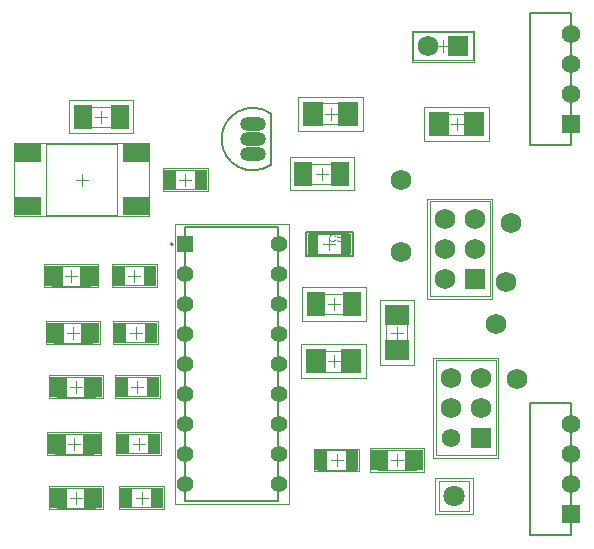
<source format=gts>
G04*
G04 #@! TF.GenerationSoftware,Altium Limited,Altium Designer,19.1.8 (144)*
G04*
G04 Layer_Color=8388736*
%FSLAX25Y25*%
%MOIN*%
G70*
G01*
G75*
%ADD11C,0.00787*%
%ADD12C,0.00500*%
%ADD15C,0.00394*%
%ADD16C,0.00197*%
%ADD24R,0.03740X0.06693*%
%ADD25R,0.06706X0.08280*%
%ADD26R,0.06312X0.06706*%
%ADD27R,0.05918X0.07887*%
%ADD28R,0.08280X0.06706*%
%ADD29R,0.09068X0.06312*%
%ADD30R,0.06115X0.08083*%
%ADD31R,0.04343X0.06902*%
%ADD32C,0.06800*%
%ADD33R,0.06902X0.06902*%
%ADD34C,0.06902*%
%ADD35C,0.06146*%
%ADD36R,0.06902X0.06902*%
%ADD37R,0.06146X0.06146*%
%ADD38C,0.07099*%
%ADD39O,0.08674X0.04737*%
%ADD40O,0.08674X0.04737*%
%ADD41R,0.05564X0.05564*%
%ADD42C,0.05564*%
G36*
X111249Y104800D02*
X111281Y104796D01*
X111321Y104793D01*
X111361Y104789D01*
X111409Y104778D01*
X111507Y104756D01*
X111616Y104724D01*
X111671Y104702D01*
X111722Y104676D01*
X111773Y104643D01*
X111824Y104611D01*
X111827Y104607D01*
X111835Y104603D01*
X111849Y104593D01*
X111867Y104574D01*
X111885Y104556D01*
X111911Y104531D01*
X111936Y104501D01*
X111966Y104472D01*
X111995Y104436D01*
X112024Y104392D01*
X112057Y104349D01*
X112086Y104301D01*
X112111Y104247D01*
X112140Y104192D01*
X112162Y104134D01*
X112184Y104068D01*
X111856Y103992D01*
Y103996D01*
X111853Y104003D01*
X111845Y104017D01*
X111838Y104036D01*
X111831Y104057D01*
X111820Y104087D01*
X111791Y104145D01*
X111754Y104210D01*
X111711Y104276D01*
X111656Y104338D01*
X111598Y104392D01*
X111591Y104400D01*
X111569Y104414D01*
X111532Y104432D01*
X111485Y104458D01*
X111423Y104480D01*
X111354Y104501D01*
X111270Y104516D01*
X111179Y104520D01*
X111150D01*
X111132Y104516D01*
X111107D01*
X111077Y104512D01*
X111008Y104501D01*
X110932Y104487D01*
X110852Y104462D01*
X110768Y104425D01*
X110692Y104378D01*
X110688D01*
X110684Y104370D01*
X110659Y104352D01*
X110626Y104323D01*
X110586Y104279D01*
X110539Y104225D01*
X110495Y104163D01*
X110455Y104087D01*
X110419Y104003D01*
Y103999D01*
X110415Y103992D01*
X110411Y103981D01*
X110408Y103963D01*
X110400Y103941D01*
X110393Y103916D01*
X110382Y103854D01*
X110368Y103781D01*
X110353Y103701D01*
X110346Y103613D01*
X110342Y103519D01*
Y103515D01*
Y103504D01*
Y103486D01*
Y103464D01*
X110346Y103439D01*
Y103406D01*
X110349Y103369D01*
X110353Y103329D01*
X110364Y103242D01*
X110382Y103147D01*
X110404Y103053D01*
X110433Y102958D01*
Y102954D01*
X110437Y102947D01*
X110444Y102936D01*
X110451Y102918D01*
X110473Y102874D01*
X110506Y102823D01*
X110546Y102765D01*
X110597Y102703D01*
X110655Y102649D01*
X110724Y102598D01*
X110728D01*
X110735Y102594D01*
X110746Y102587D01*
X110761Y102580D01*
X110779Y102572D01*
X110801Y102561D01*
X110852Y102540D01*
X110917Y102518D01*
X110990Y102499D01*
X111070Y102485D01*
X111154Y102481D01*
X111179D01*
X111201Y102485D01*
X111227D01*
X111252Y102489D01*
X111318Y102503D01*
X111394Y102521D01*
X111470Y102550D01*
X111551Y102591D01*
X111591Y102612D01*
X111627Y102641D01*
X111631Y102645D01*
X111634Y102649D01*
X111645Y102660D01*
X111660Y102671D01*
X111674Y102689D01*
X111693Y102711D01*
X111714Y102733D01*
X111733Y102762D01*
X111754Y102794D01*
X111780Y102831D01*
X111802Y102867D01*
X111824Y102911D01*
X111842Y102958D01*
X111860Y103009D01*
X111878Y103064D01*
X111893Y103122D01*
X112228Y103038D01*
Y103035D01*
X112224Y103020D01*
X112217Y102998D01*
X112206Y102969D01*
X112195Y102936D01*
X112180Y102896D01*
X112162Y102853D01*
X112140Y102805D01*
X112089Y102703D01*
X112024Y102601D01*
X111984Y102550D01*
X111944Y102499D01*
X111900Y102456D01*
X111849Y102412D01*
X111845Y102409D01*
X111838Y102401D01*
X111820Y102394D01*
X111802Y102379D01*
X111773Y102361D01*
X111743Y102343D01*
X111704Y102325D01*
X111663Y102307D01*
X111616Y102285D01*
X111565Y102267D01*
X111511Y102248D01*
X111452Y102230D01*
X111390Y102216D01*
X111325Y102208D01*
X111256Y102201D01*
X111183Y102197D01*
X111143D01*
X111114Y102201D01*
X111081D01*
X111041Y102205D01*
X110997Y102212D01*
X110946Y102219D01*
X110841Y102237D01*
X110732Y102267D01*
X110622Y102307D01*
X110571Y102332D01*
X110521Y102361D01*
X110517Y102365D01*
X110510Y102368D01*
X110495Y102379D01*
X110480Y102394D01*
X110459Y102409D01*
X110433Y102430D01*
X110404Y102456D01*
X110375Y102485D01*
X110346Y102518D01*
X110313Y102550D01*
X110248Y102634D01*
X110186Y102733D01*
X110131Y102842D01*
Y102845D01*
X110124Y102856D01*
X110120Y102874D01*
X110109Y102896D01*
X110102Y102925D01*
X110091Y102962D01*
X110076Y103002D01*
X110065Y103045D01*
X110055Y103093D01*
X110040Y103147D01*
X110022Y103260D01*
X110007Y103388D01*
X110000Y103519D01*
Y103522D01*
Y103537D01*
Y103559D01*
X110004Y103584D01*
Y103621D01*
X110007Y103657D01*
X110011Y103704D01*
X110018Y103752D01*
X110036Y103857D01*
X110062Y103974D01*
X110098Y104090D01*
X110149Y104203D01*
X110153Y104207D01*
X110157Y104218D01*
X110164Y104232D01*
X110178Y104250D01*
X110193Y104276D01*
X110211Y104305D01*
X110258Y104370D01*
X110320Y104443D01*
X110393Y104516D01*
X110477Y104589D01*
X110575Y104651D01*
X110579Y104654D01*
X110590Y104658D01*
X110604Y104665D01*
X110622Y104676D01*
X110652Y104687D01*
X110681Y104698D01*
X110717Y104713D01*
X110757Y104727D01*
X110801Y104742D01*
X110848Y104756D01*
X110950Y104778D01*
X111066Y104796D01*
X111187Y104804D01*
X111223D01*
X111249Y104800D01*
D02*
G37*
G36*
X114062Y104432D02*
X113054D01*
X112919Y103752D01*
X112923Y103755D01*
X112930Y103759D01*
X112941Y103766D01*
X112959Y103777D01*
X112981Y103788D01*
X113007Y103803D01*
X113065Y103832D01*
X113138Y103861D01*
X113218Y103886D01*
X113305Y103904D01*
X113349Y103912D01*
X113429D01*
X113451Y103908D01*
X113480Y103904D01*
X113513Y103901D01*
X113549Y103894D01*
X113589Y103883D01*
X113676Y103857D01*
X113724Y103839D01*
X113771Y103814D01*
X113818Y103788D01*
X113866Y103759D01*
X113909Y103723D01*
X113953Y103682D01*
X113957Y103679D01*
X113964Y103672D01*
X113975Y103661D01*
X113989Y103642D01*
X114008Y103617D01*
X114026Y103592D01*
X114048Y103559D01*
X114069Y103522D01*
X114088Y103482D01*
X114110Y103439D01*
X114128Y103388D01*
X114146Y103337D01*
X114161Y103282D01*
X114171Y103220D01*
X114179Y103158D01*
X114182Y103093D01*
Y103089D01*
Y103078D01*
Y103060D01*
X114179Y103035D01*
X114175Y103006D01*
X114171Y102973D01*
X114164Y102933D01*
X114157Y102893D01*
X114135Y102798D01*
X114099Y102700D01*
X114077Y102649D01*
X114048Y102601D01*
X114018Y102550D01*
X113982Y102503D01*
X113979Y102499D01*
X113971Y102489D01*
X113957Y102474D01*
X113938Y102456D01*
X113913Y102434D01*
X113884Y102405D01*
X113847Y102379D01*
X113807Y102350D01*
X113764Y102321D01*
X113713Y102296D01*
X113658Y102270D01*
X113600Y102245D01*
X113538Y102226D01*
X113469Y102212D01*
X113396Y102201D01*
X113320Y102197D01*
X113287D01*
X113261Y102201D01*
X113232Y102205D01*
X113199Y102208D01*
X113160Y102212D01*
X113119Y102223D01*
X113028Y102245D01*
X112937Y102278D01*
X112890Y102299D01*
X112843Y102325D01*
X112799Y102354D01*
X112755Y102387D01*
X112752Y102390D01*
X112744Y102394D01*
X112737Y102409D01*
X112723Y102423D01*
X112705Y102441D01*
X112686Y102463D01*
X112664Y102492D01*
X112646Y102525D01*
X112624Y102558D01*
X112602Y102598D01*
X112563Y102685D01*
X112530Y102787D01*
X112519Y102842D01*
X112512Y102900D01*
X112836Y102925D01*
Y102922D01*
Y102915D01*
X112839Y102903D01*
X112843Y102885D01*
X112854Y102845D01*
X112868Y102791D01*
X112890Y102736D01*
X112919Y102674D01*
X112956Y102620D01*
X112999Y102569D01*
X113007Y102565D01*
X113021Y102550D01*
X113050Y102532D01*
X113090Y102510D01*
X113134Y102489D01*
X113189Y102470D01*
X113251Y102456D01*
X113320Y102452D01*
X113341D01*
X113356Y102456D01*
X113400Y102460D01*
X113451Y102474D01*
X113513Y102492D01*
X113574Y102521D01*
X113640Y102565D01*
X113669Y102591D01*
X113698Y102620D01*
X113702Y102623D01*
X113706Y102627D01*
X113713Y102638D01*
X113724Y102649D01*
X113749Y102689D01*
X113778Y102740D01*
X113804Y102802D01*
X113829Y102878D01*
X113847Y102969D01*
X113855Y103016D01*
Y103067D01*
Y103071D01*
Y103078D01*
Y103093D01*
X113851Y103111D01*
Y103133D01*
X113847Y103158D01*
X113837Y103217D01*
X113818Y103286D01*
X113793Y103355D01*
X113756Y103420D01*
X113706Y103482D01*
Y103486D01*
X113698Y103490D01*
X113680Y103508D01*
X113647Y103533D01*
X113603Y103562D01*
X113545Y103588D01*
X113480Y103613D01*
X113403Y103631D01*
X113360Y103639D01*
X113291D01*
X113261Y103635D01*
X113225Y103631D01*
X113181Y103621D01*
X113138Y103610D01*
X113090Y103592D01*
X113043Y103570D01*
X113039Y103566D01*
X113025Y103559D01*
X113003Y103541D01*
X112974Y103522D01*
X112945Y103497D01*
X112916Y103464D01*
X112883Y103431D01*
X112857Y103391D01*
X112566Y103431D01*
X112810Y104727D01*
X114062D01*
Y104432D01*
D02*
G37*
D11*
X103307Y97957D02*
Y105043D01*
Y97957D02*
X116693D01*
Y105043D01*
X103307D02*
X116693D01*
X102126Y97563D02*
Y105437D01*
Y97563D02*
X117874D01*
Y105437D01*
X102126D02*
X117874D01*
X57913Y101500D02*
G03*
X57913Y101500I-394J0D01*
G01*
D02*
G03*
X57913Y101500I-394J0D01*
G01*
X102126Y97563D02*
Y105437D01*
Y97563D02*
X117874D01*
Y105437D01*
X102126D02*
X117874D01*
X90484Y145046D02*
G03*
X90484Y127954I-5984J-8546D01*
G01*
Y145046D01*
D12*
X177000Y134500D02*
X190500D01*
X177000D02*
Y178500D01*
X190500D01*
Y134500D02*
Y178500D01*
Y4500D02*
Y48500D01*
X177000D02*
X190500D01*
X177000Y4500D02*
Y48500D01*
Y4500D02*
X190500D01*
X62008Y107248D02*
X92992D01*
X62008Y15752D02*
X92992D01*
X62008D02*
Y107248D01*
X92992Y15752D02*
Y107248D01*
X62008D02*
X92992D01*
X62008Y15752D02*
X92992D01*
X62008D02*
Y107248D01*
X92992Y15752D02*
Y107248D01*
X177000Y134500D02*
X190500D01*
X177000D02*
Y178500D01*
X190500D01*
Y134500D02*
Y136500D01*
Y176500D02*
Y178500D01*
Y46500D02*
Y48500D01*
Y4500D02*
Y6500D01*
X177000Y48500D02*
X190500D01*
X177000Y4500D02*
Y48500D01*
Y4500D02*
X190500D01*
D15*
X145500Y62748D02*
X165500D01*
Y31252D02*
Y62748D01*
X145500Y31252D02*
X165500D01*
X145500D02*
Y62748D01*
X138000Y162756D02*
Y172244D01*
X158000D01*
Y162756D02*
Y172244D01*
X138000Y162756D02*
X158000D01*
X143500Y115748D02*
X163500D01*
Y84252D02*
Y115748D01*
X143500Y84252D02*
X163500D01*
X143500D02*
Y115748D01*
X118193Y58957D02*
Y66043D01*
X104807Y58957D02*
Y66043D01*
Y58957D02*
X118193D01*
X104807Y66043D02*
X118193D01*
X146500Y12500D02*
Y22500D01*
Y12500D02*
X156500D01*
Y22500D01*
X146500D02*
X156500D01*
X17701Y87653D02*
Y94346D01*
X30299Y87653D02*
Y94346D01*
X17701D02*
X30299D01*
X17701Y87653D02*
X30299D01*
X18201Y68654D02*
Y75346D01*
X30799Y68654D02*
Y75346D01*
X18201D02*
X30799D01*
X18201Y68654D02*
X30799D01*
X19201Y50654D02*
Y57346D01*
X31799Y50654D02*
Y57346D01*
X19201D02*
X31799D01*
X19201Y50654D02*
X31799D01*
X18701Y31654D02*
Y38346D01*
X31299Y31654D02*
Y38346D01*
X18701D02*
X31299D01*
X18701Y31654D02*
X31299D01*
X138799Y26153D02*
Y32846D01*
X126201Y26153D02*
Y32846D01*
Y26153D02*
X138799D01*
X126201Y32846D02*
X138799D01*
X19201Y13654D02*
Y20346D01*
X31799Y13654D02*
Y20346D01*
X19201D02*
X31799D01*
X19201Y13654D02*
X31799D01*
X40496Y140654D02*
Y147346D01*
X27504Y140654D02*
Y147346D01*
Y140654D02*
X40496D01*
X27504Y147346D02*
X40496D01*
X145807Y137957D02*
Y145043D01*
X159193Y137957D02*
Y145043D01*
X145807D02*
X159193D01*
X145807Y137957D02*
X159193D01*
X101004Y121653D02*
Y128347D01*
X113996Y121653D02*
Y128347D01*
X101004D02*
X113996D01*
X101004Y121653D02*
X113996D01*
X117193Y141457D02*
Y148543D01*
X103807Y141457D02*
Y148543D01*
Y141457D02*
X117193D01*
X103807Y148543D02*
X117193D01*
X128957Y78693D02*
X136043D01*
X128957Y65307D02*
X136043D01*
Y78693D01*
X128957Y65307D02*
Y78693D01*
X15689Y134811D02*
X39311D01*
Y111189D02*
Y134811D01*
X15689Y111189D02*
Y134811D01*
Y111189D02*
X39311D01*
X105004Y78055D02*
Y84945D01*
X117996Y78055D02*
Y84945D01*
X105004D02*
X117996D01*
X105004Y78055D02*
X117996D01*
X38602Y87752D02*
Y94248D01*
X51398Y87752D02*
Y94248D01*
X38602D02*
X51398D01*
X38602Y87752D02*
X51398D01*
X39102Y68752D02*
Y75248D01*
X51898Y68752D02*
Y75248D01*
X39102D02*
X51898D01*
X39102Y68752D02*
X51898D01*
X39602Y50752D02*
Y57248D01*
X52398Y50752D02*
Y57248D01*
X39602D02*
X52398D01*
X39602Y50752D02*
X52398D01*
X68398Y119752D02*
Y126248D01*
X55602Y119752D02*
Y126248D01*
Y119752D02*
X68398D01*
X55602Y126248D02*
X68398D01*
X40102Y31752D02*
Y38248D01*
X52898Y31752D02*
Y38248D01*
X40102D02*
X52898D01*
X40102Y31752D02*
X52898D01*
X106102Y26252D02*
Y32748D01*
X118898Y26252D02*
Y32748D01*
X106102D02*
X118898D01*
X106102Y26252D02*
X118898D01*
X41102Y13752D02*
Y20248D01*
X53898Y13752D02*
Y20248D01*
X41102D02*
X53898D01*
X41102Y13752D02*
X53898D01*
X148000Y165532D02*
Y169468D01*
X146031Y167500D02*
X149969D01*
X109531Y62500D02*
X113469D01*
X111500Y60532D02*
Y64468D01*
X14945Y87063D02*
Y94937D01*
X33055Y87063D02*
Y94937D01*
X14945D02*
X33055D01*
X14945Y87063D02*
X33055D01*
X22031Y91000D02*
X25969D01*
X24000Y89031D02*
Y92968D01*
X15445Y68063D02*
Y75937D01*
X33555Y68063D02*
Y75937D01*
X15445D02*
X33555D01*
X15445Y68063D02*
X33555D01*
X22532Y72000D02*
X26469D01*
X24500Y70031D02*
Y73968D01*
X16445Y50063D02*
Y57937D01*
X34555Y50063D02*
Y57937D01*
X16445D02*
X34555D01*
X16445Y50063D02*
X34555D01*
X23531Y54000D02*
X27468D01*
X25500Y52031D02*
Y55968D01*
X15945Y31063D02*
Y38937D01*
X34055Y31063D02*
Y38937D01*
X15945D02*
X34055D01*
X15945Y31063D02*
X34055D01*
X23031Y35000D02*
X26969D01*
X25000Y33031D02*
Y36968D01*
X141555Y25563D02*
Y33437D01*
X123445Y25563D02*
Y33437D01*
Y25563D02*
X141555D01*
X123445Y33437D02*
X141555D01*
X130532Y29500D02*
X134468D01*
X132500Y27531D02*
Y31468D01*
X16445Y13063D02*
Y20937D01*
X34555Y13063D02*
Y20937D01*
X16445D02*
X34555D01*
X16445Y13063D02*
X34555D01*
X23531Y17000D02*
X27468D01*
X25500Y15032D02*
Y18969D01*
X84500Y134531D02*
Y138469D01*
X82531Y136500D02*
X86468D01*
X32032Y144000D02*
X35969D01*
X34000Y142032D02*
Y145968D01*
X150531Y141500D02*
X154469D01*
X152500Y139532D02*
Y143468D01*
X105532Y125000D02*
X109468D01*
X107500Y123031D02*
Y126969D01*
X108531Y145000D02*
X112469D01*
X110500Y143032D02*
Y146968D01*
X132500Y70031D02*
Y73968D01*
X130532Y72000D02*
X134468D01*
X27500Y121031D02*
Y124969D01*
X25532Y123000D02*
X29469D01*
X109531Y81500D02*
X113469D01*
X111500Y79532D02*
Y83469D01*
X43031Y91000D02*
X46968D01*
X45000Y89031D02*
Y92968D01*
X43532Y72000D02*
X47469D01*
X45500Y70031D02*
Y73968D01*
X44032Y54000D02*
X47969D01*
X46000Y52031D02*
Y55968D01*
X60031Y123000D02*
X63968D01*
X62000Y121031D02*
Y124969D01*
X44532Y35000D02*
X48469D01*
X46500Y33031D02*
Y36968D01*
X110531Y29500D02*
X114469D01*
X112500Y27531D02*
Y31468D01*
X45531Y17000D02*
X49468D01*
X47500Y15032D02*
Y18969D01*
X110000Y99532D02*
Y103469D01*
X108031Y101500D02*
X111969D01*
D16*
X144614Y63634D02*
X166386D01*
Y30366D02*
Y63634D01*
X144614Y30366D02*
X166386D01*
X144614D02*
Y63634D01*
X137606Y162362D02*
Y172638D01*
X158394D01*
Y162362D02*
Y172638D01*
X137606Y162362D02*
X158394D01*
X142614Y116634D02*
X164386D01*
Y83366D02*
Y116634D01*
X142614Y83366D02*
X164386D01*
X142614D02*
Y116634D01*
X122327Y56791D02*
Y68209D01*
X100673Y56791D02*
Y68209D01*
Y56791D02*
X122327D01*
X100673Y68209D02*
X122327D01*
X145122Y11417D02*
Y23583D01*
Y11417D02*
X157878D01*
Y23583D01*
X145122D02*
X157878D01*
X151500Y15531D02*
Y19468D01*
X149531Y17500D02*
X153469D01*
X44630Y138488D02*
Y149512D01*
X23370Y138488D02*
Y149512D01*
Y138488D02*
X44630D01*
X23370Y149512D02*
X44630D01*
X141673Y135791D02*
Y147209D01*
X163327Y135791D02*
Y147209D01*
X141673D02*
X163327D01*
X141673Y135791D02*
X163327D01*
X96870Y119488D02*
Y130512D01*
X118130Y119488D02*
Y130512D01*
X96870D02*
X118130D01*
X96870Y119488D02*
X118130D01*
X121327Y139291D02*
Y150709D01*
X99673Y139291D02*
Y150709D01*
Y139291D02*
X121327D01*
X99673Y150709D02*
X121327D01*
X126791Y82827D02*
X138209D01*
X126791Y61173D02*
X138209D01*
Y82827D01*
X126791Y61173D02*
Y82827D01*
X5059Y110795D02*
Y135205D01*
Y110795D02*
X49941D01*
X5059Y135205D02*
X49941D01*
Y110795D02*
Y135205D01*
X100870Y75791D02*
Y87209D01*
X122130Y75791D02*
Y87209D01*
X100870D02*
X122130D01*
X100870Y75791D02*
X122130D01*
X37520Y87260D02*
Y94740D01*
X52480Y87260D02*
Y94740D01*
X37520D02*
X52480D01*
X37520Y87260D02*
X52480D01*
X38020Y68260D02*
Y75740D01*
X52980Y68260D02*
Y75740D01*
X38020D02*
X52980D01*
X38020Y68260D02*
X52980D01*
X38520Y50260D02*
Y57740D01*
X53480Y50260D02*
Y57740D01*
X38520D02*
X53480D01*
X38520Y50260D02*
X53480D01*
X69480Y119260D02*
Y126740D01*
X54520Y119260D02*
Y126740D01*
Y119260D02*
X69480D01*
X54520Y126740D02*
X69480D01*
X39020Y31260D02*
Y38740D01*
X53980Y31260D02*
Y38740D01*
X39020D02*
X53980D01*
X39020Y31260D02*
X53980D01*
X105020Y25760D02*
Y33240D01*
X119980Y25760D02*
Y33240D01*
X105020D02*
X119980D01*
X105020Y25760D02*
X119980D01*
X40020Y13260D02*
Y20740D01*
X54980Y13260D02*
Y20740D01*
X40020D02*
X54980D01*
X40020Y13260D02*
X54980D01*
X58504Y108232D02*
X96496D01*
X58504Y14768D02*
X96496D01*
Y108232D01*
X58504Y14768D02*
Y108232D01*
D24*
X115512Y101500D02*
D03*
X104488D02*
D03*
D25*
X117405Y62500D02*
D03*
X105595D02*
D03*
X146595Y141500D02*
D03*
X158405D02*
D03*
X116405Y145000D02*
D03*
X104595D02*
D03*
D26*
X18094Y91000D02*
D03*
X29906D02*
D03*
X18595Y72000D02*
D03*
X30406D02*
D03*
X19594Y54000D02*
D03*
X31405D02*
D03*
X19094Y35000D02*
D03*
X30906D02*
D03*
X138406Y29500D02*
D03*
X126594D02*
D03*
X19594Y17000D02*
D03*
X31405D02*
D03*
D27*
X40102Y144000D02*
D03*
X27898D02*
D03*
X101398Y125000D02*
D03*
X113602D02*
D03*
D28*
X132500Y77905D02*
D03*
Y66094D02*
D03*
D29*
X9587Y114142D02*
D03*
Y131858D02*
D03*
X45413D02*
D03*
Y114142D02*
D03*
D30*
X105496Y81500D02*
D03*
X117504D02*
D03*
D31*
X39783Y91000D02*
D03*
X50217D02*
D03*
X40284Y72000D02*
D03*
X50717D02*
D03*
X40784Y54000D02*
D03*
X51217D02*
D03*
X67216Y123000D02*
D03*
X56783D02*
D03*
X41284Y35000D02*
D03*
X51717D02*
D03*
X107283Y29500D02*
D03*
X117717D02*
D03*
X42283Y17000D02*
D03*
X52716D02*
D03*
D32*
X169000Y89000D02*
D03*
X170500Y108500D02*
D03*
X172500Y56500D02*
D03*
X165500Y75000D02*
D03*
X134000Y123000D02*
D03*
Y98980D02*
D03*
D33*
X160500Y37000D02*
D03*
X158500Y90000D02*
D03*
D34*
X160500Y47000D02*
D03*
Y57000D02*
D03*
X150500Y47000D02*
D03*
Y57000D02*
D03*
X143000Y167500D02*
D03*
X158500Y100000D02*
D03*
Y110000D02*
D03*
X148500Y90000D02*
D03*
Y100000D02*
D03*
Y110000D02*
D03*
D35*
X150500Y37000D02*
D03*
X190500Y151500D02*
D03*
Y161500D02*
D03*
Y171500D02*
D03*
Y41500D02*
D03*
Y31500D02*
D03*
Y21500D02*
D03*
D36*
X153000Y167500D02*
D03*
D37*
X190500Y141500D02*
D03*
Y11500D02*
D03*
D38*
X151500Y17500D02*
D03*
D39*
X84500Y131500D02*
D03*
Y136500D02*
D03*
D40*
Y141500D02*
D03*
D41*
X61870Y101500D02*
D03*
D42*
Y91500D02*
D03*
Y81500D02*
D03*
Y71500D02*
D03*
Y61500D02*
D03*
Y51500D02*
D03*
Y41500D02*
D03*
Y31500D02*
D03*
Y21500D02*
D03*
X93130D02*
D03*
Y31500D02*
D03*
Y41500D02*
D03*
Y51500D02*
D03*
Y61500D02*
D03*
Y71500D02*
D03*
Y81500D02*
D03*
Y91500D02*
D03*
Y101500D02*
D03*
M02*

</source>
